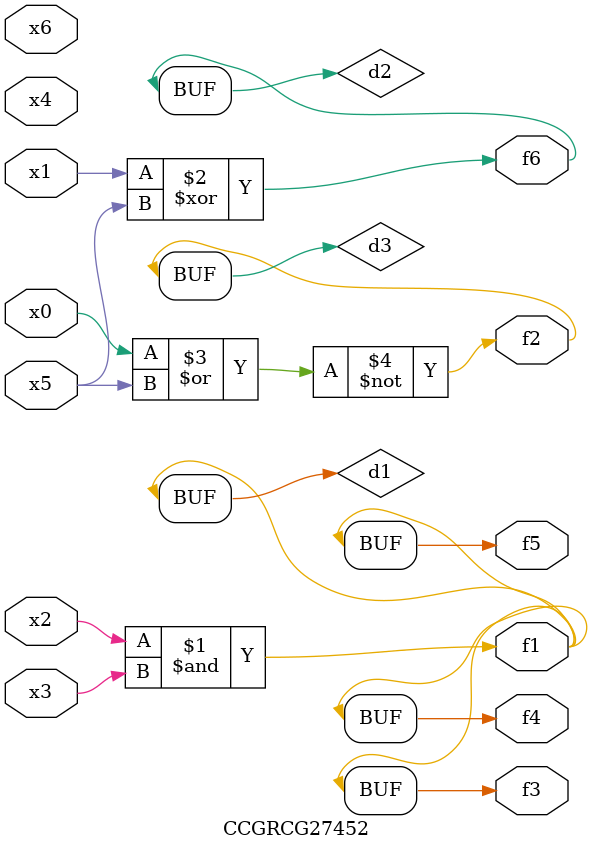
<source format=v>
module CCGRCG27452(
	input x0, x1, x2, x3, x4, x5, x6,
	output f1, f2, f3, f4, f5, f6
);

	wire d1, d2, d3;

	and (d1, x2, x3);
	xor (d2, x1, x5);
	nor (d3, x0, x5);
	assign f1 = d1;
	assign f2 = d3;
	assign f3 = d1;
	assign f4 = d1;
	assign f5 = d1;
	assign f6 = d2;
endmodule

</source>
